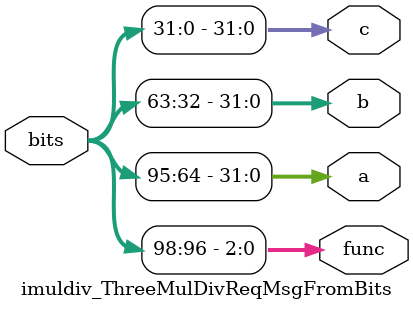
<source format=v>

`ifndef IMULDIV_THREE_MULDIVREQ_MSG_V
`define IMULDIV_THREE_MULDIVREQ_MSG_V


// Size of message

`define IMULDIV_THREE_MULDIVREQ_MSG_SZ         99

// Size and enums for each field

`define IMULDIV_THREE_MULDIVREQ_MSG_FUNC_SZ    3
`define IMULDIV_THREE_MULDIVREQ_MSG_FUNC_MUL   3'd0
`define IMULDIV_THREE_MULDIVREQ_MSG_FUNC_DIV   3'd1
`define IMULDIV_THREE_MULDIVREQ_MSG_FUNC_DIVU  3'd2
`define IMULDIV_THREE_MULDIVREQ_MSG_FUNC_REM   3'd3
`define IMULDIV_THREE_MULDIVREQ_MSG_FUNC_REMU  3'd4

`define IMULDIV_THREE_MULDIVREQ_MSG_A_SZ       32
`define IMULDIV_THREE_MULDIVREQ_MSG_B_SZ       32
`define IMULDIV_THREE_MULDIVREQ_MSG_C_SZ       32

// Location of each field

`define IMULDIV_THREE_MULDIVREQ_MSG_FUNC_FIELD 98:96
`define IMULDIV_THREE_MULDIVREQ_MSG_A_FIELD    95:64
`define IMULDIV_THREE_MULDIVREQ_MSG_B_FIELD    63:32
`define IMULDIV_THREE_MULDIVREQ_MSG_C_FIELD    31:0

//------------------------------------------------------------------------
// Convert message to bits
//------------------------------------------------------------------------

module imuldiv_ThreeMulDivReqMsgToBits
(
  // Input message

  input [`IMULDIV_THREE_MULDIVREQ_MSG_FUNC_SZ-1:0] func,
  input [`IMULDIV_THREE_MULDIVREQ_MSG_A_SZ-1:0]    a,
  input [`IMULDIV_THREE_MULDIVREQ_MSG_B_SZ-1:0]    b,
  input [`IMULDIV_THREE_MULDIVREQ_MSG_C_SZ-1:0]    c,

  // Output bits

  output [`IMULDIV_THREE_MULDIVREQ_MSG_SZ-1:0] bits
);

  assign bits[`IMULDIV_THREE_MULDIVREQ_MSG_FUNC_FIELD] = func;
  assign bits[`IMULDIV_THREE_MULDIVREQ_MSG_A_FIELD]    = a;
  assign bits[`IMULDIV_THREE_MULDIVREQ_MSG_B_FIELD]    = b;
  assign bits[`IMULDIV_THREE_MULDIVREQ_MSG_C_FIELD]    = c;

endmodule

//------------------------------------------------------------------------
// Convert message from bits
//------------------------------------------------------------------------

module imuldiv_ThreeMulDivReqMsgFromBits
(
  // Input bits

  input [`IMULDIV_THREE_MULDIVREQ_MSG_SZ-1:0] bits,

  // Output message

  output [`IMULDIV_THREE_MULDIVREQ_MSG_FUNC_SZ-1:0] func,
  output [`IMULDIV_THREE_MULDIVREQ_MSG_A_SZ-1:0]    a,
  output [`IMULDIV_THREE_MULDIVREQ_MSG_B_SZ-1:0]    b,
  output [`IMULDIV_THREE_MULDIVREQ_MSG_C_SZ-1:0]    c
);

  assign func = bits[`IMULDIV_THREE_MULDIVREQ_MSG_FUNC_FIELD];
  assign a    = bits[`IMULDIV_THREE_MULDIVREQ_MSG_A_FIELD];
  assign b    = bits[`IMULDIV_THREE_MULDIVREQ_MSG_B_FIELD];
  assign c    = bits[`IMULDIV_THREE_MULDIVREQ_MSG_C_FIELD];

endmodule

//------------------------------------------------------------------------
// Convert message to string
//------------------------------------------------------------------------

`ifndef SYNTHESIS
module imuldiv_ThreeMulDivReqMsgToStr
(
  input [`IMULDIV_THREE_MULDIVREQ_MSG_SZ-1:0] msg
);

  // Extract fields

  wire [`IMULDIV_THREE_MULDIVREQ_MSG_FUNC_SZ-1:0] func = msg[`IMULDIV_THREE_MULDIVREQ_MSG_FUNC_FIELD];
  wire [`IMULDIV_THREE_MULDIVREQ_MSG_A_SZ-1:0]    a    = msg[`IMULDIV_THREE_MULDIVREQ_MSG_A_FIELD];
  wire [`IMULDIV_THREE_MULDIVREQ_MSG_B_SZ-1:0]    b    = msg[`IMULDIV_THREE_MULDIVREQ_MSG_B_FIELD];
  wire [`IMULDIV_THREE_MULDIVREQ_MSG_C_SZ-1:0]    c    = msg[`IMULDIV_THREE_MULDIVREQ_MSG_C_FIELD];

  // Short names

  localparam mul   = `IMULDIV_THREE_MULDIVREQ_MSG_FUNC_MUL;
  localparam div   = `IMULDIV_THREE_MULDIVREQ_MSG_FUNC_DIV;
  localparam divu  = `IMULDIV_THREE_MULDIVREQ_MSG_FUNC_DIVU;
  localparam rem   = `IMULDIV_THREE_MULDIVREQ_MSG_FUNC_REM;
  localparam remu  = `IMULDIV_THREE_MULDIVREQ_MSG_FUNC_REMU;

  // Full string sized for 20 characters

  reg [30*8-1:0] full_str;
  always @(*) begin

    if ( msg === `IMULDIV_THREE_MULDIVREQ_MSG_SZ'bx )
      $sformat( full_str, "x            ");
    else begin
      case ( func )
        mul     : $sformat( full_str, "mul  %d, %d, %d", a, b, c );
        div     : $sformat( full_str, "div  %d, %d, %d", a, b, c );
        divu    : $sformat( full_str, "divu %d, %d, %d", a, b, c );
        rem     : $sformat( full_str, "rem  %d, %d, %d", a, b, c );
        remu    : $sformat( full_str, "remu %d, %d, %d", a, b, c );
        default : $sformat( full_str, "undefined func" );
      endcase
    end

  end

  // Tiny string sized for 2 characters

  reg [2*8-1:0] tiny_str;
  always @(*) begin

    if ( msg === `IMULDIV_THREE_MULDIVREQ_MSG_SZ'bx )
      $sformat( tiny_str, "x ");
    else begin
      case ( func )
        mul     : $sformat( tiny_str, "* "  );
        div     : $sformat( tiny_str, "/ "  );
        divu    : $sformat( tiny_str, "/u"  );
        rem     : $sformat( tiny_str, "%% " );
        remu    : $sformat( tiny_str, "%%u" );
        default : $sformat( tiny_str, "??"  );
      endcase
    end

  end

endmodule
`endif /* SYNTHESIS */

`endif /* IMULDIV_THREE_MULDIVREQ_MSG_V */



</source>
